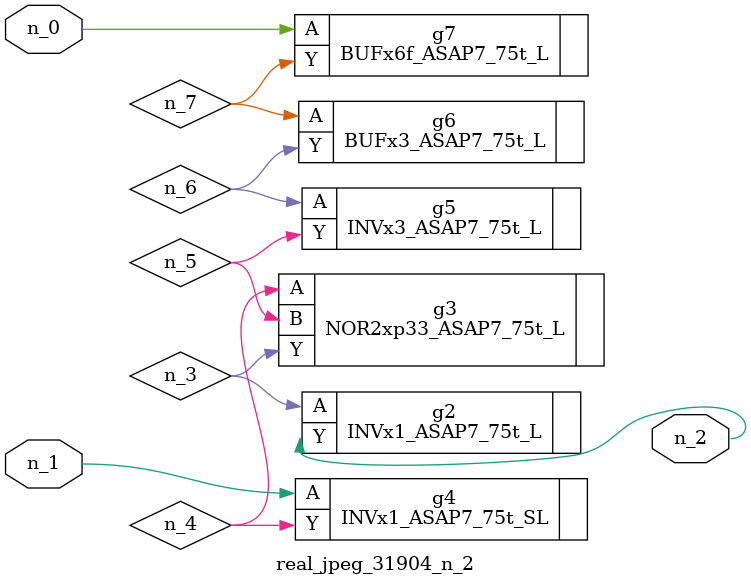
<source format=v>
module real_jpeg_31904_n_2 (n_1, n_0, n_2);

input n_1;
input n_0;

output n_2;

wire n_5;
wire n_4;
wire n_6;
wire n_7;
wire n_3;

BUFx6f_ASAP7_75t_L g7 ( 
.A(n_0),
.Y(n_7)
);

INVx1_ASAP7_75t_SL g4 ( 
.A(n_1),
.Y(n_4)
);

INVx1_ASAP7_75t_L g2 ( 
.A(n_3),
.Y(n_2)
);

NOR2xp33_ASAP7_75t_L g3 ( 
.A(n_4),
.B(n_5),
.Y(n_3)
);

INVx3_ASAP7_75t_L g5 ( 
.A(n_6),
.Y(n_5)
);

BUFx3_ASAP7_75t_L g6 ( 
.A(n_7),
.Y(n_6)
);


endmodule
</source>
